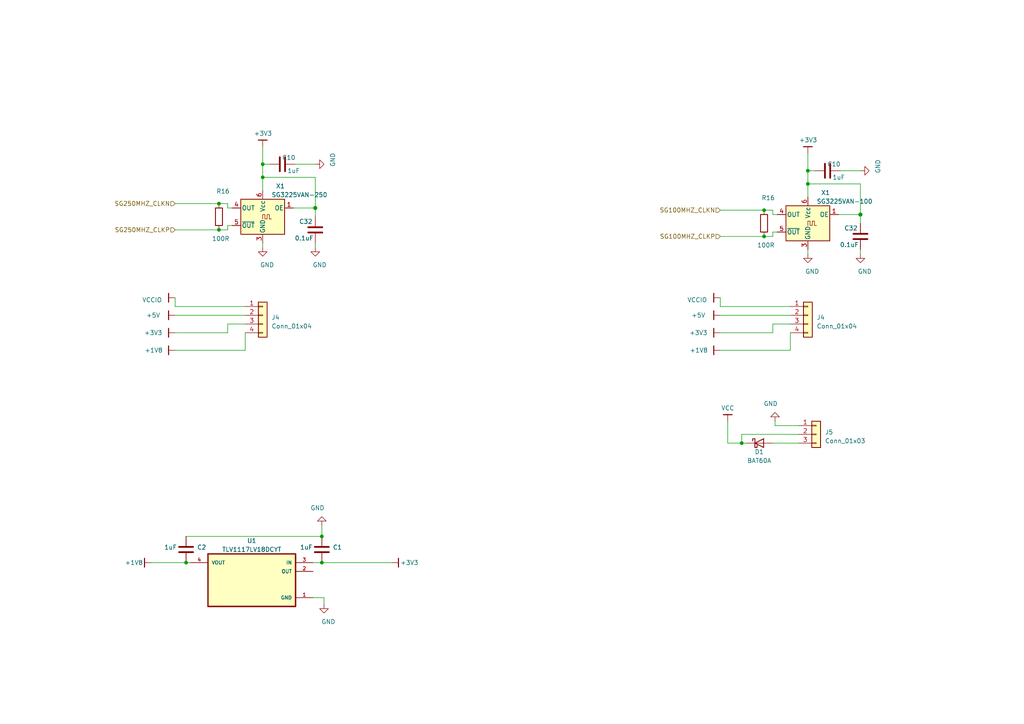
<source format=kicad_sch>
(kicad_sch (version 20230121) (generator eeschema)
  (paper "A4")
  (lib_symbols
    (symbol "Connector_Generic:Conn_01x03" (pin_names (offset 1.016) hide)
      (property "Reference" "J" (at 0 5.08 0))
      (property "Value" "Conn_01x03" (at 0 -5.08 0))
      (symbol "Conn_01x03_1_1"
        (rectangle (start -1.27 -2.413) (end 0 -2.667) (stroke (width 0.1524)))
        (rectangle (start -1.27 0.127) (end 0 -0.127) (stroke (width 0.1524)))
        (rectangle (start -1.27 2.667) (end 0 2.413) (stroke (width 0.1524)))
        (rectangle (start -1.27 3.81) (end 1.27 -3.81) (stroke (width 0.254)) (fill (type background)))
        (pin passive line (at -5.08 2.54 0) (length 3.81) (name "Pin_1") (number "1"))
        (pin passive line (at -5.08 0 0) (length 3.81) (name "Pin_2") (number "2"))
        (pin passive line (at -5.08 -2.54 0) (length 3.81) (name "Pin_3") (number "3"))
      )
    )
    (symbol "Connector_Generic:Conn_01x04" (pin_names (offset 1.016) hide)
      (property "Reference" "J" (at 0 5.08 0))
      (property "Value" "Conn_01x04" (at 0 -7.62 0))
      (symbol "Conn_01x04_1_1"
        (rectangle (start -1.27 -4.953) (end 0 -5.207) (stroke (width 0.1524)))
        (rectangle (start -1.27 -2.413) (end 0 -2.667) (stroke (width 0.1524)))
        (rectangle (start -1.27 0.127) (end 0 -0.127) (stroke (width 0.1524)))
        (rectangle (start -1.27 2.667) (end 0 2.413) (stroke (width 0.1524)))
        (rectangle (start -1.27 3.81) (end 1.27 -6.35) (stroke (width 0.254)) (fill (type background)))
        (pin passive line (at -5.08 2.54 0) (length 3.81) (name "Pin_1") (number "1"))
        (pin passive line (at -5.08 0 0) (length 3.81) (name "Pin_2") (number "2"))
        (pin passive line (at -5.08 -2.54 0) (length 3.81) (name "Pin_3") (number "3"))
        (pin passive line (at -5.08 -5.08 0) (length 3.81) (name "Pin_4") (number "4"))
      )
    )
    (symbol "Device:C" (pin_numbers hide) (pin_names (offset 0.254))
      (property "Reference" "C" (at 0.635 2.54 0))
      (property "Value" "C" (at 0.635 -2.54 0))
      (symbol "C_0_1"
        (polyline (pts (xy -2.032 -0.762) (xy 2.032 -0.762)) (stroke (width 0.508)))
        (polyline (pts (xy -2.032 0.762) (xy 2.032 0.762)) (stroke (width 0.508)))
      )
      (symbol "C_1_1"
        (pin passive line (at 0 3.81 270) (length 2.794) (name "~") (number "1"))
        (pin passive line (at 0 -3.81 90) (length 2.794) (name "~") (number "2"))
      )
    )
    (symbol "Device:R" (pin_numbers hide) (pin_names (offset 0))
      (property "Reference" "R" (at 2.032 0 90))
      (property "Value" "R" (at 0 0 90))
      (symbol "R_0_1"
        (rectangle (start -1.016 -2.54) (end 1.016 2.54) (stroke (width 0.254)))
      )
      (symbol "R_1_1"
        (pin passive line (at 0 3.81 270) (length 1.27) (name "~") (number "1"))
        (pin passive line (at 0 -3.81 90) (length 1.27) (name "~") (number "2"))
      )
    )
    (symbol "Diode:BAT60A" (pin_numbers hide) (pin_names (offset 1.016) hide)
      (property "Reference" "D" (at 0 2.54 0))
      (property "Value" "BAT60A" (at 0 -2.54 0))
      (symbol "BAT60A_0_1"
        (polyline (pts (xy 1.27 0) (xy -1.27 0)))
        (polyline (pts (xy 1.27 1.27) (xy 1.27 -1.27) (xy -1.27 0) (xy 1.27 1.27)) (stroke (width 0.254)))
        (polyline (pts (xy -1.905 0.635) (xy -1.905 1.27) (xy -1.27 1.27) (xy -1.27 -1.27) (xy -0.635 -1.27) (xy -0.635 -0.635)) (stroke (width 0.254)))
      )
      (symbol "BAT60A_1_1"
        (pin passive line (at -3.81 0 0) (length 2.54) (name "K") (number "1"))
        (pin passive line (at 3.81 0 180) (length 2.54) (name "A") (number "2"))
      )
    )
    (symbol "TLV1117LV18DCYT:TLV1117LV18DCYT" (pin_names (offset 1.016))
      (property "Reference" "U" (at -12.7 8.62 0))
      (property "Value" "TLV1117LV18DCYT" (at -12.7 -11.62 0))
      (symbol "TLV1117LV18DCYT_0_0"
        (rectangle (start -12.7 -7.62) (end 12.7 7.62) (stroke (width 0.41)) (fill (type background)))
        (pin power_in line (at 17.78 -5.08 180) (length 5.08) (name "GND") (number "1"))
        (pin output line (at 17.78 2.54 180) (length 5.08) (name "OUT") (number "2"))
        (pin output line (at 17.78 5.08 180) (length 5.08) (name "IN") (number "3"))
        (pin input line (at -17.78 5.08 0) (length 5.08) (name "VOUT") (number "4"))
      )
    )
    (symbol "gkl_power:+1V8" (power) (pin_names (offset 0))
      (property "Value" "+1V8" (at 0 3.556 0))
      (symbol "+1V8_0_1"
        (polyline (pts (xy -1.27 1.905) (xy 1.27 1.905)) (stroke (width 0.3048)))
        (polyline (pts (xy 0 0) (xy 0 1.905)))
      )
      (symbol "+1V8_1_1"
        (pin power_in line (at 0 0 90) (length 0) hide (name "+1V8") (number "1"))
      )
    )
    (symbol "gkl_power:+3V3" (power) (pin_names (offset 0))
      (property "Value" "+3V3" (at 0 3.556 0))
      (symbol "+3V3_0_1"
        (polyline (pts (xy -1.27 1.905) (xy 1.27 1.905)) (stroke (width 0.3048)))
        (polyline (pts (xy 0 0) (xy 0 1.905)))
      )
      (symbol "+3V3_1_1"
        (pin power_in line (at 0 0 90) (length 0) hide (name "+3V3") (number "1"))
      )
    )
    (symbol "gkl_power:+5V" (power) (pin_names (offset 0))
      (property "Value" "+5V" (at 0 3.175 0))
      (symbol "+5V_0_1"
        (polyline (pts (xy -1.27 1.905) (xy 1.27 1.905)) (stroke (width 0.3048)))
        (polyline (pts (xy 0 0) (xy 0 1.905)))
      )
      (symbol "+5V_1_1"
        (pin power_in line (at 0 0 90) (length 0) hide (name "+5V") (number "1"))
      )
    )
    (symbol "gkl_power:VCC" (power) (pin_names (offset 0))
      (property "Value" "VCC" (at 0 3.556 0))
      (symbol "VCC_0_1"
        (polyline (pts (xy -1.27 1.905) (xy 1.27 1.905)) (stroke (width 0.3048)))
        (polyline (pts (xy 0 0) (xy 0 1.905)))
      )
      (symbol "VCC_1_1"
        (pin power_in line (at 0 0 90) (length 0) hide (name "VCC") (number "1"))
      )
    )
    (symbol "gkl_power:VCCIO" (power) (pin_names (offset 0))
      (property "Value" "VCCIO" (at 0 3.556 0))
      (symbol "VCCIO_0_1"
        (polyline (pts (xy -1.27 1.905) (xy 1.27 1.905)) (stroke (width 0.3048)))
        (polyline (pts (xy 0 0) (xy 0 1.905)))
      )
      (symbol "VCCIO_1_1"
        (pin power_in line (at 0 0 90) (length 0) hide (name "VCCIO") (number "1"))
      )
    )
    (symbol "gsd-kicad:SG3225VAN" (pin_names (offset 0.254))
      (property "Reference" "X" (at -5.08 6.35 0))
      (property "Value" "SG3225VAN" (at 1.27 -6.35 0))
      (symbol "SG3225VAN_0_1"
        (rectangle (start -6.35 5.08) (end 6.35 -5.08) (stroke (width 0.254)) (fill (type background)))
        (polyline (pts (xy -2.54 -0.635) (xy -1.905 -0.635) (xy -1.905 0.635) (xy -1.27 0.635) (xy -1.27 -0.635) (xy -0.635 -0.635) (xy -0.635 0.635) (xy 0 0.635) (xy 0 -0.635)))
      )
      (symbol "SG3225VAN_1_1"
        (pin input line (at -8.89 2.54 0) (length 2.54) (name "OE") (number "1"))
        (pin power_in line (at 0 -7.62 90) (length 2.54) (name "GND") (number "3"))
        (pin output line (at 8.89 2.54 180) (length 2.54) (name "OUT") (number "4"))
        (pin output line (at 8.89 -2.54 180) (length 2.54) (name "~{OUT}") (number "5"))
        (pin power_in line (at 0 7.62 270) (length 2.54) (name "Vcc") (number "6"))
      )
    )
    (symbol "power:GND" (power) (pin_names (offset 0))
      (property "Value" "GND" (at 0 -3.81 0))
      (symbol "GND_0_1"
        (polyline (pts (xy 0 0) (xy 0 -1.27) (xy 1.27 -1.27) (xy 0 -2.54) (xy -1.27 -1.27) (xy 0 -1.27)))
      )
      (symbol "GND_1_1"
        (pin power_in line (at 0 0 270) (length 0) hide (name "GND") (number "1"))
      )
    )
  )
  (junction (at 221.615 68.58))
  (junction (at 76.2 47.625))
  (junction (at 249.555 62.23) (diameter 1.016))
  (junction (at 63.5 59.055))
  (junction (at 234.315 53.34))
  (junction (at 93.345 155.575))
  (junction (at 234.315 49.53))
  (junction (at 221.615 60.96))
  (junction (at 53.975 163.195))
  (junction (at 91.44 60.325) (diameter 1.016))
  (junction (at 93.345 163.195))
  (junction (at 215.138 128.524))
  (junction (at 63.5 66.675))
  (junction (at 76.2 51.435))
  (wire (pts (xy 93.345 152.4) (xy 93.345 155.575)))
  (wire (pts (xy 231.648 123.444) (xy 224.79 123.444)))
  (wire (pts (xy 67.31 65.405) (xy 66.04 65.405)))
  (wire (pts (xy 224.155 62.23) (xy 224.155 60.96)))
  (wire (pts (xy 224.155 96.52) (xy 224.155 93.98)))
  (wire (pts (xy 53.975 155.575) (xy 93.345 155.575)))
  (wire (pts (xy 249.555 62.23) (xy 249.555 53.34)))
  (wire (pts (xy 53.975 163.195) (xy 55.245 163.195)))
  (wire (pts (xy 225.425 62.23) (xy 224.155 62.23)))
  (wire (pts (xy 91.44 70.485) (xy 91.44 71.755)))
  (wire (pts (xy 93.98 175.26) (xy 93.98 173.355)))
  (wire (pts (xy 76.2 47.625) (xy 78.105 47.625)))
  (wire (pts (xy 225.425 67.31) (xy 224.155 67.31)))
  (wire (pts (xy 76.2 42.545) (xy 76.2 47.625)))
  (wire (pts (xy 243.205 62.23) (xy 249.555 62.23)))
  (wire (pts (xy 66.04 96.52) (xy 66.04 93.98)))
  (wire (pts (xy 224.155 67.31) (xy 224.155 68.58)))
  (wire (pts (xy 66.04 66.675) (xy 63.5 66.675)))
  (wire (pts (xy 208.915 91.44) (xy 229.235 91.44)))
  (wire (pts (xy 249.555 53.34) (xy 234.315 53.34)))
  (wire (pts (xy 224.155 68.58) (xy 221.615 68.58)))
  (wire (pts (xy 63.5 66.675) (xy 50.8 66.675)))
  (wire (pts (xy 85.725 47.625) (xy 91.44 47.625)))
  (wire (pts (xy 76.2 70.485) (xy 76.2 71.755)))
  (wire (pts (xy 76.2 47.625) (xy 76.2 51.435)))
  (wire (pts (xy 249.555 62.23) (xy 249.555 64.77)))
  (wire (pts (xy 71.12 88.9) (xy 50.8 88.9)))
  (wire (pts (xy 93.345 157.48) (xy 93.345 155.575)))
  (wire (pts (xy 234.315 49.53) (xy 234.315 53.34)))
  (wire (pts (xy 224.028 128.524) (xy 231.648 128.524)))
  (wire (pts (xy 231.648 125.984) (xy 215.138 125.984)))
  (wire (pts (xy 85.09 60.325) (xy 91.44 60.325)))
  (wire (pts (xy 93.345 163.195) (xy 113.665 163.195)))
  (wire (pts (xy 67.31 60.325) (xy 66.04 60.325)))
  (wire (pts (xy 76.2 51.435) (xy 76.2 55.245)))
  (wire (pts (xy 66.04 93.98) (xy 71.12 93.98)))
  (wire (pts (xy 234.315 49.53) (xy 236.22 49.53)))
  (wire (pts (xy 91.44 60.325) (xy 91.44 51.435)))
  (wire (pts (xy 234.315 44.45) (xy 234.315 49.53)))
  (wire (pts (xy 208.915 101.6) (xy 229.235 101.6)))
  (wire (pts (xy 221.615 68.58) (xy 208.915 68.58)))
  (wire (pts (xy 208.915 60.96) (xy 221.615 60.96)))
  (wire (pts (xy 234.315 72.39) (xy 234.315 73.66)))
  (wire (pts (xy 229.235 96.52) (xy 229.235 101.6)))
  (wire (pts (xy 208.915 96.52) (xy 224.155 96.52)))
  (wire (pts (xy 91.44 60.325) (xy 91.44 62.865)))
  (wire (pts (xy 243.84 49.53) (xy 249.555 49.53)))
  (wire (pts (xy 211.074 128.524) (xy 211.074 122.174)))
  (wire (pts (xy 249.555 72.39) (xy 249.555 73.66)))
  (wire (pts (xy 215.138 125.984) (xy 215.138 128.524)))
  (wire (pts (xy 50.8 88.9) (xy 50.8 86.36)))
  (wire (pts (xy 66.04 59.055) (xy 63.5 59.055)))
  (wire (pts (xy 224.79 122.174) (xy 224.79 123.444)))
  (wire (pts (xy 66.04 60.325) (xy 66.04 59.055)))
  (wire (pts (xy 224.155 60.96) (xy 221.615 60.96)))
  (wire (pts (xy 90.805 163.195) (xy 93.345 163.195)))
  (wire (pts (xy 43.815 163.195) (xy 53.975 163.195)))
  (wire (pts (xy 234.315 53.34) (xy 234.315 57.15)))
  (wire (pts (xy 208.915 88.9) (xy 208.915 86.36)))
  (wire (pts (xy 50.8 96.52) (xy 66.04 96.52)))
  (wire (pts (xy 71.12 96.52) (xy 71.12 101.6)))
  (wire (pts (xy 215.138 128.524) (xy 211.074 128.524)))
  (wire (pts (xy 66.04 65.405) (xy 66.04 66.675)))
  (wire (pts (xy 50.8 101.6) (xy 71.12 101.6)))
  (wire (pts (xy 224.155 93.98) (xy 229.235 93.98)))
  (wire (pts (xy 91.44 51.435) (xy 76.2 51.435)))
  (wire (pts (xy 50.8 91.44) (xy 71.12 91.44)))
  (wire (pts (xy 93.98 173.355) (xy 90.805 173.355)))
  (wire (pts (xy 216.408 128.524) (xy 215.138 128.524)))
  (wire (pts (xy 229.235 88.9) (xy 208.915 88.9)))
  (wire (pts (xy 50.8 59.055) (xy 63.5 59.055)))
  (hierarchical_label "SG100MHZ_CLKN" (shape input) (at 208.915 60.96 180))
  (hierarchical_label "SG250MHZ_CLKP" (shape input) (at 50.8 66.675 180))
  (hierarchical_label "SG100MHZ_CLKP" (shape input) (at 208.915 68.58 180))
  (hierarchical_label "SG250MHZ_CLKN" (shape input) (at 50.8 59.055 180))
  (symbol (lib_id "Diode:BAT60A") (at 220.218 128.524 0) (unit 1)
    (property "Reference" "D1" (at 220.218 131.064 0))
    (property "Value" "BAT60A" (at 220.218 133.604 0))
    (property "Footprint" "Diode_SMD:D_SOD-323" (effects hide))
    (property "Datasheet" "https://www.infineon.com/dgdl/Infineon-BAT60ASERIES-DS-v01_01-en.pdf?fileId=db3a304313d846880113def70c9304a9" (effects hide))
  )
  (symbol (lib_id "power:GND") (at 76.2 71.755 0) (unit 1)
    (property "Reference" "#PWR0147" (effects hide))
    (property "Value" "GND" (at 77.47 76.835 0))
    (instances (project "syzygy-txr-breakout" (path "" (reference "#PWR0147") (unit 1))) (project "syzygy-breakout-flash-rev2" (path "" (reference "#PWR021") (unit 1))) (project "syzygy-breakout-flash-1V8XL" (path "" (reference "#PWR06") (unit 1)) (path "" (reference "#PWR022") (unit 1))))
  )
  (symbol (lib_id "power:GND") (at 249.555 73.66 0) (unit 1)
    (property "Reference" "#PWR0148" (effects hide))
    (property "Value" "GND" (at 250.825 78.74 0))
    (instances (project "syzygy-txr-breakout" (path "" (reference "#PWR0148") (unit 1))) (project "syzygy-breakout-flash-rev2" (path "" (reference "#PWR022") (unit 1))) (project "syzygy-breakout-flash-1V8XL" (path "" (reference "#PWR08") (unit 1)) (path "" (reference "#PWR012") (unit 1))))
  )
  (symbol (lib_id "gkl_power:+1V8") (at 50.8 101.6 90) (unit 1)
    (property "Reference" "#PWR06" (effects hide))
    (property "Value" "+1V8" (at 41.91 101.6 90) (effects (justify right)))
    (instances (project "syzygy-breakout-flash-rev2" (path "" (reference "#PWR06") (unit 1))) (project "syzygy-breakout-flash-1V8XL" (path "" (reference "#PWR012") (unit 1)) (path "" (reference "#PWR08") (unit 1))))
  )
  (symbol (lib_id "Device:R") (at 63.5 62.865 180) (unit 1)
    (property "Reference" "R16" (at 62.7381 55.4863 0) (effects (justify right)))
    (property "Value" "100R" (at 61.468 69.215 0) (effects (justify right)))
    (property "Footprint" "Resistor_SMD:R_0603_1608Metric_Pad0.98x0.95mm_HandSolder" (effects hide))
    (property "PN" "RC0402FR-07100KL" (effects hide))
    (property "Mfg" "Yageo" (effects hide))
    (instances (project "syzygy-txr-breakout" (path "" (reference "R16") (unit 1))) (project "syzygy-breakout-flash-rev2" (path "" (reference "R2") (unit 1))) (project "syzygy-breakout-flash-1V8XL" (path "" (reference "R1") (unit 1)) (path "" (reference "R3") (unit 1))))
  )
  (symbol (lib_id "power:GND") (at 93.98 175.26 0) (unit 1)
    (property "Reference" "#PWR0147" (effects hide))
    (property "Value" "GND" (at 95.25 180.34 0))
    (instances (project "syzygy-txr-breakout" (path "" (reference "#PWR0147") (unit 1))) (project "syzygy-breakout-flash-rev2" (path "" (reference "#PWR017") (unit 1))) (project "syzygy-breakout-flash-1V8XL" (path "" (reference "#PWR03") (unit 1)) (path "" (reference "#PWR03") (unit 1))))
  )
  (symbol (lib_id "gkl_power:+3V3") (at 234.315 44.45 0) (unit 1)
    (property "Reference" "#PWR0149" (effects hide))
    (property "Value" "+3V3" (at 234.3912 40.6146 0))
    (instances (project "syzygy-txr-breakout" (path "" (reference "#PWR0149") (unit 1))) (project "syzygy-breakout-flash-rev2" (path "" (reference "#PWR020") (unit 1))) (project "syzygy-breakout-flash-1V8XL" (path "" (reference "#PWR05") (unit 1)) (path "" (reference "#PWR09") (unit 1))))
  )
  (symbol (lib_id "gkl_power:+1V8") (at 208.915 101.6 90) (unit 1)
    (property "Reference" "#PWR06" (effects hide))
    (property "Value" "+1V8" (at 200.025 101.6 90) (effects (justify right)))
    (instances (project "syzygy-breakout-flash-rev2" (path "" (reference "#PWR06") (unit 1))) (project "syzygy-breakout-flash-1V8XL" (path "" (reference "#PWR012") (unit 1)) (path "" (reference "#PWR069") (unit 1))))
  )
  (symbol (lib_id "power:GND") (at 234.315 73.66 0) (unit 1)
    (property "Reference" "#PWR0147" (effects hide))
    (property "Value" "GND" (at 235.585 78.74 0))
    (instances (project "syzygy-txr-breakout" (path "" (reference "#PWR0147") (unit 1))) (project "syzygy-breakout-flash-rev2" (path "" (reference "#PWR021") (unit 1))) (project "syzygy-breakout-flash-1V8XL" (path "" (reference "#PWR06") (unit 1)) (path "" (reference "#PWR010") (unit 1))))
  )
  (symbol (lib_id "gkl_power:+5V") (at 208.915 91.44 90) (unit 1)
    (property "Reference" "#PWR0101" (effects hide))
    (property "Value" "+5V" (at 202.565 91.44 90))
    (instances (project "syzygy-breakout-flash-rev2" (path "" (reference "#PWR0101") (unit 1))) (project "syzygy-breakout-flash-1V8XL" (path "" (reference "#PWR010") (unit 1)) (path "" (reference "#PWR062") (unit 1))))
  )
  (symbol (lib_id "Device:R") (at 221.615 64.77 180) (unit 1)
    (property "Reference" "R16" (at 220.8531 57.3913 0) (effects (justify right)))
    (property "Value" "100R" (at 219.583 71.12 0) (effects (justify right)))
    (property "Footprint" "Resistor_SMD:R_0603_1608Metric_Pad0.98x0.95mm_HandSolder" (effects hide))
    (property "PN" "RC0402FR-07100KL" (effects hide))
    (property "Mfg" "Yageo" (effects hide))
    (instances (project "syzygy-txr-breakout" (path "" (reference "R16") (unit 1))) (project "syzygy-breakout-flash-rev2" (path "" (reference "R2") (unit 1))) (project "syzygy-breakout-flash-1V8XL" (path "" (reference "R1") (unit 1)) (path "" (reference "R1") (unit 1))))
  )
  (symbol (lib_id "gkl_power:VCCIO") (at 50.8 86.36 90) (unit 1)
    (property "Reference" "#PWR07" (effects hide))
    (property "Value" "VCCIO" (at 46.99 86.995 90) (effects (justify left)))
    (instances (project "syzygy-breakout-flash-rev2" (path "" (reference "#PWR07") (unit 1))) (project "syzygy-breakout-flash-1V8XL" (path "" (reference "#PWR09") (unit 1)) (path "" (reference "#PWR05") (unit 1))))
  )
  (symbol (lib_id "Connector_Generic:Conn_01x03") (at 236.728 125.984 0) (unit 1)
    (property "Reference" "J5" (at 239.268 125.349 0) (effects (justify left)))
    (property "Value" "Conn_01x03" (at 239.268 127.889 0) (effects (justify left)))
    (property "Footprint" "Connector_PinHeader_2.54mm:PinHeader_1x03_P2.54mm_Vertical" (effects hide))
    (instances (project "syzygy-breakout-flash-rev2" (path "" (reference "J5") (unit 1))) (project "syzygy-breakout-flash-1V8XL" (path "" (reference "J4") (unit 1)) (path "" (reference "J4") (unit 1))))
  )
  (symbol (lib_id "Device:C") (at 91.44 66.675 0) (mirror y) (unit 1)
    (property "Reference" "C32" (at 86.741 64.262 0) (effects (justify right)))
    (property "Value" "0.1uF" (at 85.471 69.088 0) (effects (justify right)))
    (property "Footprint" "Capacitor_SMD:C_0603_1608Metric_Pad1.08x0.95mm_HandSolder" (effects hide))
    (property "Mfg" "Yageo" (effects hide))
    (property "PN" "CC0402KRX5R6BB105" (effects hide))
    (instances (project "syzygy-txr-breakout" (path "" (reference "C32") (unit 1))) (project "syzygy-breakout-flash-rev2" (path "" (reference "C5") (unit 1))) (project "syzygy-breakout-flash-1V8XL" (path "" (reference "C4") (unit 1)) (path "" (reference "C7") (unit 1))))
  )
  (symbol (lib_id "gkl_power:+3V3") (at 76.2 42.545 0) (unit 1)
    (property "Reference" "#PWR0149" (effects hide))
    (property "Value" "+3V3" (at 76.2762 38.7096 0))
    (instances (project "syzygy-txr-breakout" (path "" (reference "#PWR0149") (unit 1))) (project "syzygy-breakout-flash-rev2" (path "" (reference "#PWR020") (unit 1))) (project "syzygy-breakout-flash-1V8XL" (path "" (reference "#PWR05") (unit 1)) (path "" (reference "#PWR021") (unit 1))))
  )
  (symbol (lib_id "Connector_Generic:Conn_01x04") (at 76.2 91.44 0) (unit 1)
    (property "Reference" "J4" (at 78.74 92.075 0) (effects (justify left)))
    (property "Value" "Conn_01x04" (at 78.74 94.615 0) (effects (justify left)))
    (property "Footprint" "Connector_PinHeader_2.54mm:PinHeader_1x04_P2.54mm_Vertical" (effects hide))
    (instances (project "syzygy-breakout-flash-rev2" (path "" (reference "J4") (unit 1))) (project "syzygy-breakout-flash-1V8XL" (path "" (reference "J3") (unit 1)) (path "" (reference "J3") (unit 1))))
  )
  (symbol (lib_id "power:GND") (at 224.79 122.174 180) (unit 1)
    (property "Reference" "#PWR0147" (effects hide))
    (property "Value" "GND" (at 223.52 117.094 0))
    (instances (project "syzygy-txr-breakout" (path "" (reference "#PWR0147") (unit 1))) (project "syzygy-breakout-flash-rev2" (path "" (reference "#PWR023") (unit 1))) (project "syzygy-breakout-flash-1V8XL" (path "" (reference "#PWR014") (unit 1)) (path "" (reference "#PWR014") (unit 1))))
  )
  (symbol (lib_id "gsd-kicad:SG3225VAN") (at 76.2 62.865 0) (mirror y) (unit 1)
    (property "Reference" "X1" (at 80.01 53.975 0) (effects (justify right)))
    (property "Value" "SG3225VAN-250" (at 78.74 56.515 0) (effects (justify right)))
    (property "Footprint" "Oscillator:Oscillator_SMD_Silicon_Labs_LGA-6_2.5x3.2mm_P1.25mm" (effects hide))
    (property "Datasheet" "https://support.epson.biz/td/api/doc_check.php?dl=brief_SG5032VAN" (effects hide))
    (instances (project "syzygy-txr-breakout" (path "" (reference "X1") (unit 1))) (project "syzygy-breakout-flash-rev2" (path "" (reference "X1") (unit 1))) (project "syzygy-breakout-flash-1V8XL" (path "" (reference "X1") (unit 1)) (path "" (reference "X2") (unit 1))))
  )
  (symbol (lib_id "power:GND") (at 249.555 49.53 90) (unit 1)
    (property "Reference" "#PWR0147" (effects hide))
    (property "Value" "GND" (at 254.635 48.26 0))
    (instances (project "syzygy-txr-breakout" (path "" (reference "#PWR0147") (unit 1))) (project "syzygy-breakout-flash-rev2" (path "" (reference "#PWR016") (unit 1)) (path "" (reference "#PWR015") (unit 1))) (project "syzygy-breakout-flash-1V8XL" (path "" (reference "#PWR07") (unit 1)) (path "" (reference "#PWR011") (unit 1))))
  )
  (symbol (lib_id "TLV1117LV18DCYT:TLV1117LV18DCYT") (at 73.025 168.275 0) (unit 1)
    (property "Reference" "U1" (at 73.025 156.845 0))
    (property "Value" "TLV1117LV18DCYT" (at 73.025 159.385 0))
    (property "Footprint" "SOT230P700X180-4N" (effects hide))
    (property "Manufacturer" "Texas Instruments" (effects hide))
    (property "Package" "SOT230P700X180-4N" (effects hide))
    (instances (project "syzygy-breakout-flash-rev2" (path "" (reference "U1") (unit 1))) (project "syzygy-breakout-flash-1V8XL" (path "" (reference "U2") (unit 1)) (path "" (reference "U1") (unit 1))))
  )
  (symbol (lib_id "gkl_power:VCC") (at 211.074 122.174 0) (unit 1)
    (property "Reference" "#PWR028" (effects hide))
    (property "Value" "VCC" (at 211.074 118.364 0))
    (instances (project "syzygy-breakout-flash-rev2" (path "" (reference "#PWR028") (unit 1))) (project "syzygy-breakout-flash-1V8XL" (path "" (reference "#PWR013") (unit 1)) (path "" (reference "#PWR013") (unit 1))))
  )
  (symbol (lib_id "power:GND") (at 91.44 71.755 0) (unit 1)
    (property "Reference" "#PWR0148" (effects hide))
    (property "Value" "GND" (at 92.71 76.835 0))
    (instances (project "syzygy-txr-breakout" (path "" (reference "#PWR0148") (unit 1))) (project "syzygy-breakout-flash-rev2" (path "" (reference "#PWR022") (unit 1))) (project "syzygy-breakout-flash-1V8XL" (path "" (reference "#PWR08") (unit 1)) (path "" (reference "#PWR024") (unit 1))))
  )
  (symbol (lib_id "Connector_Generic:Conn_01x04") (at 234.315 91.44 0) (unit 1)
    (property "Reference" "J4" (at 236.855 92.075 0) (effects (justify left)))
    (property "Value" "Conn_01x04" (at 236.855 94.615 0) (effects (justify left)))
    (property "Footprint" "Connector_PinHeader_2.54mm:PinHeader_1x04_P2.54mm_Vertical" (effects hide))
    (instances (project "syzygy-breakout-flash-rev2" (path "" (reference "J4") (unit 1))) (project "syzygy-breakout-flash-1V8XL" (path "" (reference "J3") (unit 1)) (path "" (reference "J14") (unit 1))))
  )
  (symbol (lib_id "Device:C") (at 249.555 68.58 0) (mirror y) (unit 1)
    (property "Reference" "C32" (at 244.856 66.167 0) (effects (justify right)))
    (property "Value" "0.1uF" (at 243.586 70.993 0) (effects (justify right)))
    (property "Footprint" "Capacitor_SMD:C_0603_1608Metric_Pad1.08x0.95mm_HandSolder" (effects hide))
    (property "Mfg" "Yageo" (effects hide))
    (property "PN" "CC0402KRX5R6BB105" (effects hide))
    (instances (project "syzygy-txr-breakout" (path "" (reference "C32") (unit 1))) (project "syzygy-breakout-flash-rev2" (path "" (reference "C5") (unit 1))) (project "syzygy-breakout-flash-1V8XL" (path "" (reference "C4") (unit 1)) (path "" (reference "C4") (unit 1))))
  )
  (symbol (lib_id "gkl_power:+1V8") (at 43.815 163.195 90) (unit 1)
    (property "Reference" "#PWR01" (effects hide))
    (property "Value" "+1V8" (at 36.195 163.195 90) (effects (justify right)))
  )
  (symbol (lib_id "gkl_power:+3V3") (at 50.8 96.52 90) (unit 1)
    (property "Reference" "#PWR0105" (effects hide))
    (property "Value" "+3V3" (at 44.45 96.52 90))
    (instances (project "syzygy-breakout-flash-rev2" (path "" (reference "#PWR0105") (unit 1))) (project "syzygy-breakout-flash-1V8XL" (path "" (reference "#PWR011") (unit 1)) (path "" (reference "#PWR07") (unit 1))))
  )
  (symbol (lib_id "gkl_power:+3V3") (at 208.915 96.52 90) (unit 1)
    (property "Reference" "#PWR0105" (effects hide))
    (property "Value" "+3V3" (at 202.565 96.52 90))
    (instances (project "syzygy-breakout-flash-rev2" (path "" (reference "#PWR0105") (unit 1))) (project "syzygy-breakout-flash-1V8XL" (path "" (reference "#PWR011") (unit 1)) (path "" (reference "#PWR067") (unit 1))))
  )
  (symbol (lib_id "gkl_power:VCCIO") (at 208.915 86.36 90) (unit 1)
    (property "Reference" "#PWR07" (effects hide))
    (property "Value" "VCCIO" (at 205.105 86.995 90) (effects (justify left)))
    (instances (project "syzygy-breakout-flash-rev2" (path "" (reference "#PWR07") (unit 1))) (project "syzygy-breakout-flash-1V8XL" (path "" (reference "#PWR09") (unit 1)) (path "" (reference "#PWR047") (unit 1))))
  )
  (symbol (lib_id "gsd-kicad:SG3225VAN") (at 234.315 64.77 0) (mirror y) (unit 1)
    (property "Reference" "X1" (at 238.125 55.88 0) (effects (justify right)))
    (property "Value" "SG3225VAN-100" (at 236.855 58.42 0) (effects (justify right)))
    (property "Footprint" "Oscillator:Oscillator_SMD_Silicon_Labs_LGA-6_2.5x3.2mm_P1.25mm" (effects hide))
    (property "Datasheet" "https://support.epson.biz/td/api/doc_check.php?dl=brief_SG5032VAN" (effects hide))
  )
  (symbol (lib_id "power:GND") (at 91.44 47.625 90) (unit 1)
    (property "Reference" "#PWR0147" (effects hide))
    (property "Value" "GND" (at 96.52 46.355 0))
    (instances (project "syzygy-txr-breakout" (path "" (reference "#PWR0147") (unit 1))) (project "syzygy-breakout-flash-rev2" (path "" (reference "#PWR016") (unit 1)) (path "" (reference "#PWR015") (unit 1))) (project "syzygy-breakout-flash-1V8XL" (path "" (reference "#PWR07") (unit 1)) (path "" (reference "#PWR023") (unit 1))))
  )
  (symbol (lib_id "Device:C") (at 93.345 159.385 0) (unit 1)
    (property "Reference" "C1" (at 96.52 158.75 0) (effects (justify left)))
    (property "Value" "1uF" (at 86.995 158.75 0) (effects (justify left)))
    (property "Footprint" "Capacitor_SMD:C_0603_1608Metric_Pad1.08x0.95mm_HandSolder" (effects hide))
    (instances (project "syzygy-breakout-flash-rev2" (path "" (reference "C1") (unit 1))) (project "syzygy-breakout-flash-1V8XL" (path "" (reference "C2") (unit 1)) (path "" (reference "C2") (unit 1))))
  )
  (symbol (lib_id "gkl_power:+5V") (at 50.8 91.44 90) (unit 1)
    (property "Reference" "#PWR0101" (effects hide))
    (property "Value" "+5V" (at 44.45 91.44 90))
    (instances (project "syzygy-breakout-flash-rev2" (path "" (reference "#PWR0101") (unit 1))) (project "syzygy-breakout-flash-1V8XL" (path "" (reference "#PWR010") (unit 1)) (path "" (reference "#PWR06") (unit 1))))
  )
  (symbol (lib_id "Device:C") (at 81.915 47.625 90) (unit 1)
    (property "Reference" "C10" (at 85.725 45.72 90) (effects (justify left)))
    (property "Value" "1uF" (at 86.995 49.53 90) (effects (justify left)))
    (property "Footprint" "Capacitor_SMD:C_0603_1608Metric_Pad1.08x0.95mm_HandSolder" (effects hide))
    (property "PN" "CL05A105KP5NNNC" (effects hide))
    (property "Mfg" "Samsung Electro-Mechanics" (effects hide))
    (instances (project "syzygy-txr-breakout" (path "" (reference "C10") (unit 1))) (project "syzygy-breakout-flash-rev2" (path "" (reference "C4") (unit 1)) (path "" (reference "C4") (unit 1))) (project "syzygy-breakout-flash-1V8XL" (path "" (reference "C3") (unit 1)) (path "" (reference "C6") (unit 1))))
  )
  (symbol (lib_id "gkl_power:+3V3") (at 113.665 163.195 270) (unit 1)
    (property "Reference" "#PWR0149" (effects hide))
    (property "Value" "+3V3" (at 118.745 163.195 90))
    (instances (project "syzygy-txr-breakout" (path "" (reference "#PWR0149") (unit 1))) (project "syzygy-breakout-flash-rev2" (path "" (reference "#PWR014") (unit 1))) (project "syzygy-breakout-flash-1V8XL" (path "" (reference "#PWR04") (unit 1)) (path "" (reference "#PWR04") (unit 1))))
  )
  (symbol (lib_id "Device:C") (at 240.03 49.53 90) (unit 1)
    (property "Reference" "C10" (at 243.84 47.625 90) (effects (justify left)))
    (property "Value" "1uF" (at 245.11 51.435 90) (effects (justify left)))
    (property "Footprint" "Capacitor_SMD:C_0603_1608Metric_Pad1.08x0.95mm_HandSolder" (effects hide))
    (property "PN" "CL05A105KP5NNNC" (effects hide))
    (property "Mfg" "Samsung Electro-Mechanics" (effects hide))
    (instances (project "syzygy-txr-breakout" (path "" (reference "C10") (unit 1))) (project "syzygy-breakout-flash-rev2" (path "" (reference "C4") (unit 1)) (path "" (reference "C4") (unit 1))) (project "syzygy-breakout-flash-1V8XL" (path "" (reference "C3") (unit 1)) (path "" (reference "C3") (unit 1))))
  )
  (symbol (lib_id "Device:C") (at 53.975 159.385 180) (unit 1)
    (property "Reference" "C2" (at 57.15 158.75 0) (effects (justify right)))
    (property "Value" "1uF" (at 47.625 158.75 0) (effects (justify right)))
    (property "Footprint" "Capacitor_SMD:C_0603_1608Metric_Pad1.08x0.95mm_HandSolder" (effects hide))
    (instances (project "syzygy-breakout-flash-rev2" (path "" (reference "C2") (unit 1))) (project "syzygy-breakout-flash-1V8XL" (path "" (reference "C1") (unit 1)) (path "" (reference "C1") (unit 1))))
  )
  (symbol (lib_id "power:GND") (at 93.345 152.4 180) (unit 1)
    (property "Reference" "#PWR0147" (effects hide))
    (property "Value" "GND" (at 92.075 147.32 0))
    (instances (project "syzygy-txr-breakout" (path "" (reference "#PWR0147") (unit 1))) (project "syzygy-breakout-flash-rev2" (path "" (reference "#PWR04") (unit 1))) (project "syzygy-breakout-flash-1V8XL" (path "" (reference "#PWR02") (unit 1)) (path "" (reference "#PWR02") (unit 1))))
  )
)
</source>
